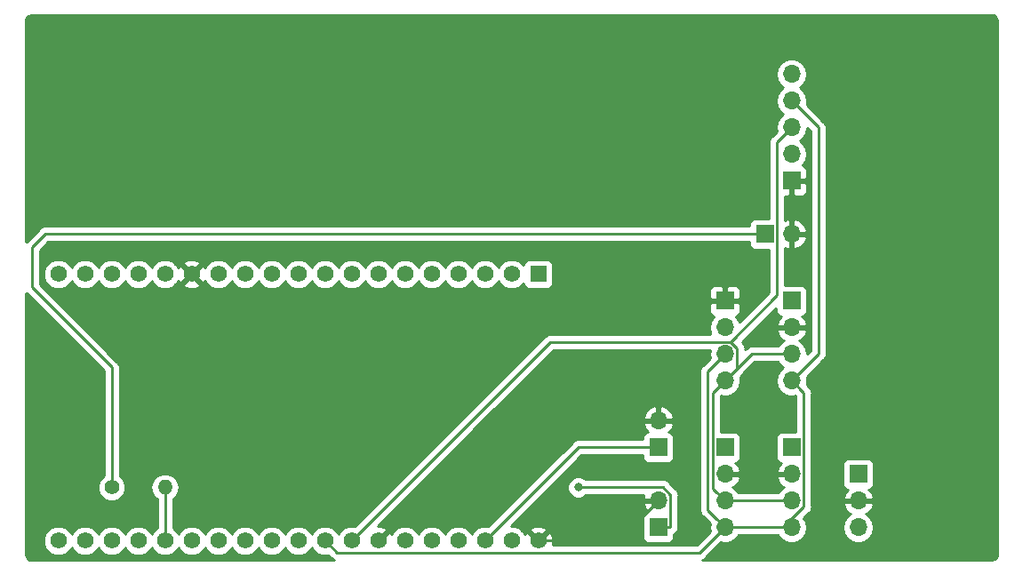
<source format=gbr>
G04 #@! TF.GenerationSoftware,KiCad,Pcbnew,(5.0.1)-4*
G04 #@! TF.CreationDate,2019-04-17T16:34:36+02:00*
G04 #@! TF.ProjectId,esp32roomlabel,6573703332726F6F6D6C6162656C2E6B,rev?*
G04 #@! TF.SameCoordinates,Original*
G04 #@! TF.FileFunction,Copper,L2,Bot,Signal*
G04 #@! TF.FilePolarity,Positive*
%FSLAX46Y46*%
G04 Gerber Fmt 4.6, Leading zero omitted, Abs format (unit mm)*
G04 Created by KiCad (PCBNEW (5.0.1)-4) date 17.04.2019 16:34:36*
%MOMM*%
%LPD*%
G01*
G04 APERTURE LIST*
G04 #@! TA.AperFunction,ComponentPad*
%ADD10C,1.560000*%
G04 #@! TD*
G04 #@! TA.AperFunction,ComponentPad*
%ADD11R,1.560000X1.560000*%
G04 #@! TD*
G04 #@! TA.AperFunction,ComponentPad*
%ADD12O,1.700000X1.700000*%
G04 #@! TD*
G04 #@! TA.AperFunction,ComponentPad*
%ADD13R,1.700000X1.700000*%
G04 #@! TD*
G04 #@! TA.AperFunction,ComponentPad*
%ADD14O,1.400000X1.400000*%
G04 #@! TD*
G04 #@! TA.AperFunction,ComponentPad*
%ADD15C,1.400000*%
G04 #@! TD*
G04 #@! TA.AperFunction,ViaPad*
%ADD16C,0.800000*%
G04 #@! TD*
G04 #@! TA.AperFunction,Conductor*
%ADD17C,0.250000*%
G04 #@! TD*
G04 #@! TA.AperFunction,Conductor*
%ADD18C,0.254000*%
G04 #@! TD*
G04 APERTURE END LIST*
D10*
G04 #@! TO.P,U1,38*
G04 #@! TO.N,Net-(U1-Pad38)*
X66040000Y-127000000D03*
G04 #@! TO.P,U1,37*
G04 #@! TO.N,Net-(U1-Pad37)*
X68580000Y-127000000D03*
G04 #@! TO.P,U1,36*
G04 #@! TO.N,Net-(U1-Pad36)*
X71120000Y-127000000D03*
G04 #@! TO.P,U1,35*
G04 #@! TO.N,Net-(U1-Pad35)*
X73660000Y-127000000D03*
G04 #@! TO.P,U1,34*
G04 #@! TO.N,Net-(R1-Pad2)*
X76200000Y-127000000D03*
G04 #@! TO.P,U1,33*
G04 #@! TO.N,Net-(U1-Pad33)*
X78740000Y-127000000D03*
G04 #@! TO.P,U1,32*
G04 #@! TO.N,Net-(U1-Pad32)*
X81280000Y-127000000D03*
G04 #@! TO.P,U1,31*
G04 #@! TO.N,Net-(U1-Pad31)*
X83820000Y-127000000D03*
G04 #@! TO.P,U1,30*
G04 #@! TO.N,Net-(U1-Pad30)*
X86360000Y-127000000D03*
G04 #@! TO.P,U1,29*
G04 #@! TO.N,Net-(U1-Pad29)*
X88900000Y-127000000D03*
G04 #@! TO.P,U1,28*
G04 #@! TO.N,DTA*
X91440000Y-127000000D03*
G04 #@! TO.P,U1,27*
G04 #@! TO.N,CLK*
X93980000Y-127000000D03*
G04 #@! TO.P,U1,26*
G04 #@! TO.N,GND*
X96520000Y-127000000D03*
G04 #@! TO.P,U1,25*
G04 #@! TO.N,SW1*
X99060000Y-127000000D03*
G04 #@! TO.P,U1,24*
G04 #@! TO.N,Net-(U1-Pad24)*
X101600000Y-127000000D03*
G04 #@! TO.P,U1,23*
G04 #@! TO.N,Net-(U1-Pad23)*
X104140000Y-127000000D03*
G04 #@! TO.P,U1,22*
G04 #@! TO.N,SW2*
X106680000Y-127000000D03*
G04 #@! TO.P,U1,21*
G04 #@! TO.N,DHT22*
X109220000Y-127000000D03*
G04 #@! TO.P,U1,20*
G04 #@! TO.N,GND*
X111760000Y-127000000D03*
G04 #@! TO.P,U1,18*
G04 #@! TO.N,Net-(U1-Pad18)*
X68580000Y-101600000D03*
G04 #@! TO.P,U1,17*
G04 #@! TO.N,Net-(U1-Pad17)*
X71120000Y-101600000D03*
G04 #@! TO.P,U1,16*
G04 #@! TO.N,Net-(U1-Pad16)*
X73660000Y-101600000D03*
G04 #@! TO.P,U1,15*
G04 #@! TO.N,Net-(U1-Pad15)*
X76200000Y-101600000D03*
G04 #@! TO.P,U1,14*
G04 #@! TO.N,GND*
X78740000Y-101600000D03*
G04 #@! TO.P,U1,13*
G04 #@! TO.N,Net-(U1-Pad13)*
X81280000Y-101600000D03*
G04 #@! TO.P,U1,12*
G04 #@! TO.N,Net-(U1-Pad12)*
X83820000Y-101600000D03*
G04 #@! TO.P,U1,11*
G04 #@! TO.N,Net-(U1-Pad11)*
X86360000Y-101600000D03*
G04 #@! TO.P,U1,10*
G04 #@! TO.N,Net-(U1-Pad10)*
X88900000Y-101600000D03*
G04 #@! TO.P,U1,9*
G04 #@! TO.N,Net-(U1-Pad9)*
X91440000Y-101600000D03*
G04 #@! TO.P,U1,8*
G04 #@! TO.N,Net-(U1-Pad8)*
X93980000Y-101600000D03*
G04 #@! TO.P,U1,7*
G04 #@! TO.N,Net-(U1-Pad7)*
X96520000Y-101600000D03*
G04 #@! TO.P,U1,6*
G04 #@! TO.N,Net-(U1-Pad6)*
X99060000Y-101600000D03*
G04 #@! TO.P,U1,5*
G04 #@! TO.N,Net-(U1-Pad5)*
X101600000Y-101600000D03*
G04 #@! TO.P,U1,4*
G04 #@! TO.N,Net-(U1-Pad4)*
X104140000Y-101600000D03*
G04 #@! TO.P,U1,3*
G04 #@! TO.N,Net-(U1-Pad3)*
X106680000Y-101600000D03*
G04 #@! TO.P,U1,19*
G04 #@! TO.N,5V*
X66040000Y-101600000D03*
G04 #@! TO.P,U1,2*
G04 #@! TO.N,Net-(U1-Pad2)*
X109220000Y-101600000D03*
D11*
G04 #@! TO.P,U1,1*
G04 #@! TO.N,3V3*
X111760000Y-101600000D03*
G04 #@! TD*
D12*
G04 #@! TO.P,J1,4*
G04 #@! TO.N,DTA*
X135890000Y-111760000D03*
G04 #@! TO.P,J1,3*
G04 #@! TO.N,CLK*
X135890000Y-109220000D03*
G04 #@! TO.P,J1,2*
G04 #@! TO.N,GND*
X135890000Y-106680000D03*
D13*
G04 #@! TO.P,J1,1*
G04 #@! TO.N,3V3*
X135890000Y-104140000D03*
G04 #@! TD*
D12*
G04 #@! TO.P,J2,4*
G04 #@! TO.N,DTA*
X129540000Y-125730000D03*
G04 #@! TO.P,J2,3*
G04 #@! TO.N,CLK*
X129540000Y-123190000D03*
G04 #@! TO.P,J2,2*
G04 #@! TO.N,GND*
X129540000Y-120650000D03*
D13*
G04 #@! TO.P,J2,1*
G04 #@! TO.N,3V3*
X129540000Y-118110000D03*
G04 #@! TD*
D12*
G04 #@! TO.P,J3,4*
G04 #@! TO.N,CLK*
X129540000Y-111760000D03*
G04 #@! TO.P,J3,3*
G04 #@! TO.N,DTA*
X129540000Y-109220000D03*
G04 #@! TO.P,J3,2*
G04 #@! TO.N,5V*
X129540000Y-106680000D03*
D13*
G04 #@! TO.P,J3,1*
G04 #@! TO.N,GND*
X129540000Y-104140000D03*
G04 #@! TD*
D12*
G04 #@! TO.P,J4,5*
G04 #@! TO.N,3V3*
X135890000Y-82550000D03*
G04 #@! TO.P,J4,4*
G04 #@! TO.N,DTA*
X135890000Y-85090000D03*
G04 #@! TO.P,J4,3*
G04 #@! TO.N,CLK*
X135890000Y-87630000D03*
G04 #@! TO.P,J4,2*
G04 #@! TO.N,Net-(J4-Pad2)*
X135890000Y-90170000D03*
D13*
G04 #@! TO.P,J4,1*
G04 #@! TO.N,GND*
X135890000Y-92710000D03*
G04 #@! TD*
D12*
G04 #@! TO.P,J5,3*
G04 #@! TO.N,DHT22*
X142240000Y-125730000D03*
G04 #@! TO.P,J5,2*
G04 #@! TO.N,GND*
X142240000Y-123190000D03*
D13*
G04 #@! TO.P,J5,1*
G04 #@! TO.N,3V3*
X142240000Y-120650000D03*
G04 #@! TD*
D12*
G04 #@! TO.P,J6,2*
G04 #@! TO.N,GND*
X123190000Y-123190000D03*
D13*
G04 #@! TO.P,J6,1*
G04 #@! TO.N,SW1*
X123190000Y-125730000D03*
G04 #@! TD*
D12*
G04 #@! TO.P,J7,2*
G04 #@! TO.N,GND*
X123190000Y-115570000D03*
D13*
G04 #@! TO.P,J7,1*
G04 #@! TO.N,SW2*
X123190000Y-118110000D03*
G04 #@! TD*
D12*
G04 #@! TO.P,J8,4*
G04 #@! TO.N,DTA*
X135890000Y-125730000D03*
G04 #@! TO.P,J8,3*
G04 #@! TO.N,CLK*
X135890000Y-123190000D03*
G04 #@! TO.P,J8,2*
G04 #@! TO.N,GND*
X135890000Y-120650000D03*
D13*
G04 #@! TO.P,J8,1*
G04 #@! TO.N,3V3*
X135890000Y-118110000D03*
G04 #@! TD*
D12*
G04 #@! TO.P,J9,2*
G04 #@! TO.N,GND*
X135890000Y-97790000D03*
D13*
G04 #@! TO.P,J9,1*
G04 #@! TO.N,Net-(J9-Pad1)*
X133350000Y-97790000D03*
G04 #@! TD*
D14*
G04 #@! TO.P,R1,2*
G04 #@! TO.N,Net-(R1-Pad2)*
X76200000Y-121920000D03*
D15*
G04 #@! TO.P,R1,1*
G04 #@! TO.N,Net-(J9-Pad1)*
X71120000Y-121920000D03*
G04 #@! TD*
D16*
G04 #@! TO.N,SW1*
X115570000Y-121920000D03*
G04 #@! TD*
D17*
G04 #@! TO.N,GND*
X119380000Y-127000000D02*
X123190000Y-123190000D01*
X111760000Y-127000000D02*
X119380000Y-127000000D01*
G04 #@! TO.N,CLK*
X128690001Y-122340001D02*
X129540000Y-123190000D01*
X128364999Y-122014999D02*
X128690001Y-122340001D01*
X128364999Y-112935001D02*
X128364999Y-122014999D01*
X129540000Y-111760000D02*
X128364999Y-112935001D01*
X129540000Y-123190000D02*
X135890000Y-123190000D01*
X130389999Y-110910001D02*
X129540000Y-111760000D01*
X130715001Y-110584999D02*
X130389999Y-110910001D01*
X130715001Y-108655999D02*
X130715001Y-110584999D01*
X130104001Y-108044999D02*
X130715001Y-108655999D01*
X112935001Y-108044999D02*
X130104001Y-108044999D01*
X93980000Y-127000000D02*
X112935001Y-108044999D01*
X132080000Y-109220000D02*
X129540000Y-111760000D01*
X135890000Y-109220000D02*
X132080000Y-109220000D01*
X134525001Y-103623999D02*
X130104001Y-108044999D01*
X134525001Y-88994999D02*
X134525001Y-103623999D01*
X135890000Y-87630000D02*
X134525001Y-88994999D01*
G04 #@! TO.N,DTA*
X91440000Y-127000000D02*
X92545001Y-128105001D01*
X135089002Y-125730000D02*
X137065001Y-123754001D01*
X134620000Y-125730000D02*
X135089002Y-125730000D01*
X129540000Y-125730000D02*
X134620000Y-125730000D01*
X134620000Y-125730000D02*
X135890000Y-125730000D01*
X137065001Y-123754001D02*
X137065001Y-112935001D01*
X137065001Y-112935001D02*
X136739999Y-112609999D01*
X136739999Y-112609999D02*
X135890000Y-111760000D01*
X128690001Y-124880001D02*
X129540000Y-125730000D01*
X127914990Y-124104990D02*
X128690001Y-124880001D01*
X127914990Y-110845010D02*
X127914990Y-124104990D01*
X129540000Y-109220000D02*
X127914990Y-110845010D01*
X121920000Y-128105001D02*
X122084999Y-128105001D01*
X92545001Y-128105001D02*
X121920000Y-128105001D01*
X127164999Y-128105001D02*
X129540000Y-125730000D01*
X121920000Y-128105001D02*
X127164999Y-128105001D01*
X136739999Y-110910001D02*
X135890000Y-111760000D01*
X135890000Y-111760000D02*
X138430000Y-109220000D01*
X138430000Y-87630000D02*
X135890000Y-85090000D01*
X138430000Y-109220000D02*
X138430000Y-87630000D01*
G04 #@! TO.N,SW1*
X123659002Y-121920000D02*
X115570000Y-121920000D01*
X124365001Y-122625999D02*
X123659002Y-121920000D01*
X124365001Y-125654999D02*
X124365001Y-122625999D01*
X123190000Y-125730000D02*
X124290000Y-125730000D01*
X124290000Y-125730000D02*
X124365001Y-125654999D01*
G04 #@! TO.N,SW2*
X115570000Y-118110000D02*
X106680000Y-127000000D01*
X123190000Y-118110000D02*
X115570000Y-118110000D01*
G04 #@! TO.N,Net-(J9-Pad1)*
X63500000Y-99060000D02*
X64770000Y-97790000D01*
X63500000Y-102870000D02*
X63500000Y-99060000D01*
X71120000Y-121920000D02*
X71120000Y-110490000D01*
X71120000Y-110490000D02*
X63500000Y-102870000D01*
X133350000Y-97790000D02*
X64770000Y-97790000D01*
G04 #@! TO.N,Net-(R1-Pad2)*
X76200000Y-127000000D02*
X76200000Y-121920000D01*
G04 #@! TD*
D18*
G04 #@! TO.N,GND*
G36*
X155127787Y-76954065D02*
X155292920Y-77049405D01*
X155415488Y-77195477D01*
X155491555Y-77404465D01*
X155500000Y-77500996D01*
X155500001Y-128207875D01*
X155455935Y-128457787D01*
X155360596Y-128622919D01*
X155214524Y-128745488D01*
X155005532Y-128821555D01*
X154909004Y-128830000D01*
X127415812Y-128830000D01*
X127461536Y-128820905D01*
X127712928Y-128652930D01*
X127755330Y-128589471D01*
X129173592Y-127171209D01*
X129393744Y-127215000D01*
X129686256Y-127215000D01*
X130119418Y-127128839D01*
X130610625Y-126800625D01*
X130818178Y-126490000D01*
X134611822Y-126490000D01*
X134819375Y-126800625D01*
X135310582Y-127128839D01*
X135743744Y-127215000D01*
X136036256Y-127215000D01*
X136469418Y-127128839D01*
X136960625Y-126800625D01*
X137288839Y-126309418D01*
X137404092Y-125730000D01*
X140725908Y-125730000D01*
X140841161Y-126309418D01*
X141169375Y-126800625D01*
X141660582Y-127128839D01*
X142093744Y-127215000D01*
X142386256Y-127215000D01*
X142819418Y-127128839D01*
X143310625Y-126800625D01*
X143638839Y-126309418D01*
X143754092Y-125730000D01*
X143638839Y-125150582D01*
X143310625Y-124659375D01*
X142991522Y-124446157D01*
X143121358Y-124385183D01*
X143511645Y-123956924D01*
X143681476Y-123546890D01*
X143560155Y-123317000D01*
X142367000Y-123317000D01*
X142367000Y-123337000D01*
X142113000Y-123337000D01*
X142113000Y-123317000D01*
X140919845Y-123317000D01*
X140798524Y-123546890D01*
X140968355Y-123956924D01*
X141358642Y-124385183D01*
X141488478Y-124446157D01*
X141169375Y-124659375D01*
X140841161Y-125150582D01*
X140725908Y-125730000D01*
X137404092Y-125730000D01*
X137288839Y-125150582D01*
X137070295Y-124823508D01*
X137549474Y-124344330D01*
X137612930Y-124301930D01*
X137780905Y-124050538D01*
X137825001Y-123828853D01*
X137825001Y-123828849D01*
X137839889Y-123754001D01*
X137825001Y-123679153D01*
X137825001Y-119800000D01*
X140742560Y-119800000D01*
X140742560Y-121500000D01*
X140791843Y-121747765D01*
X140932191Y-121957809D01*
X141142235Y-122098157D01*
X141245708Y-122118739D01*
X140968355Y-122423076D01*
X140798524Y-122833110D01*
X140919845Y-123063000D01*
X142113000Y-123063000D01*
X142113000Y-123043000D01*
X142367000Y-123043000D01*
X142367000Y-123063000D01*
X143560155Y-123063000D01*
X143681476Y-122833110D01*
X143511645Y-122423076D01*
X143234292Y-122118739D01*
X143337765Y-122098157D01*
X143547809Y-121957809D01*
X143688157Y-121747765D01*
X143737440Y-121500000D01*
X143737440Y-119800000D01*
X143688157Y-119552235D01*
X143547809Y-119342191D01*
X143337765Y-119201843D01*
X143090000Y-119152560D01*
X141390000Y-119152560D01*
X141142235Y-119201843D01*
X140932191Y-119342191D01*
X140791843Y-119552235D01*
X140742560Y-119800000D01*
X137825001Y-119800000D01*
X137825001Y-113009847D01*
X137839889Y-112935000D01*
X137825001Y-112860153D01*
X137825001Y-112860149D01*
X137780905Y-112638464D01*
X137612930Y-112387072D01*
X137549471Y-112344670D01*
X137331209Y-112126408D01*
X137404092Y-111760000D01*
X137331209Y-111393592D01*
X138914476Y-109810327D01*
X138977929Y-109767929D01*
X139020327Y-109704476D01*
X139020329Y-109704474D01*
X139145903Y-109516538D01*
X139145904Y-109516537D01*
X139190000Y-109294852D01*
X139190000Y-109294848D01*
X139204888Y-109220001D01*
X139190000Y-109145154D01*
X139190000Y-87704846D01*
X139204888Y-87629999D01*
X139190000Y-87555152D01*
X139190000Y-87555148D01*
X139145904Y-87333463D01*
X139104102Y-87270902D01*
X139020329Y-87145526D01*
X139020327Y-87145524D01*
X138977929Y-87082071D01*
X138914476Y-87039673D01*
X137331209Y-85456408D01*
X137404092Y-85090000D01*
X137288839Y-84510582D01*
X136960625Y-84019375D01*
X136662239Y-83820000D01*
X136960625Y-83620625D01*
X137288839Y-83129418D01*
X137404092Y-82550000D01*
X137288839Y-81970582D01*
X136960625Y-81479375D01*
X136469418Y-81151161D01*
X136036256Y-81065000D01*
X135743744Y-81065000D01*
X135310582Y-81151161D01*
X134819375Y-81479375D01*
X134491161Y-81970582D01*
X134375908Y-82550000D01*
X134491161Y-83129418D01*
X134819375Y-83620625D01*
X135117761Y-83820000D01*
X134819375Y-84019375D01*
X134491161Y-84510582D01*
X134375908Y-85090000D01*
X134491161Y-85669418D01*
X134819375Y-86160625D01*
X135117761Y-86360000D01*
X134819375Y-86559375D01*
X134491161Y-87050582D01*
X134375908Y-87630000D01*
X134448791Y-87996408D01*
X134040531Y-88404668D01*
X133977072Y-88447070D01*
X133809097Y-88698463D01*
X133765001Y-88920148D01*
X133765001Y-88920152D01*
X133750113Y-88994999D01*
X133765001Y-89069846D01*
X133765001Y-96292560D01*
X132500000Y-96292560D01*
X132252235Y-96341843D01*
X132042191Y-96482191D01*
X131901843Y-96692235D01*
X131852560Y-96940000D01*
X131852560Y-97030000D01*
X64844846Y-97030000D01*
X64769999Y-97015112D01*
X64695152Y-97030000D01*
X64695148Y-97030000D01*
X64473463Y-97074096D01*
X64222071Y-97242071D01*
X64179671Y-97305527D01*
X63015528Y-98469671D01*
X62952072Y-98512071D01*
X62940000Y-98530138D01*
X62940000Y-77532119D01*
X62984065Y-77282213D01*
X63079405Y-77117080D01*
X63225477Y-76994512D01*
X63434465Y-76918445D01*
X63530996Y-76910000D01*
X154877881Y-76910000D01*
X155127787Y-76954065D01*
X155127787Y-76954065D01*
G37*
X155127787Y-76954065D02*
X155292920Y-77049405D01*
X155415488Y-77195477D01*
X155491555Y-77404465D01*
X155500000Y-77500996D01*
X155500001Y-128207875D01*
X155455935Y-128457787D01*
X155360596Y-128622919D01*
X155214524Y-128745488D01*
X155005532Y-128821555D01*
X154909004Y-128830000D01*
X127415812Y-128830000D01*
X127461536Y-128820905D01*
X127712928Y-128652930D01*
X127755330Y-128589471D01*
X129173592Y-127171209D01*
X129393744Y-127215000D01*
X129686256Y-127215000D01*
X130119418Y-127128839D01*
X130610625Y-126800625D01*
X130818178Y-126490000D01*
X134611822Y-126490000D01*
X134819375Y-126800625D01*
X135310582Y-127128839D01*
X135743744Y-127215000D01*
X136036256Y-127215000D01*
X136469418Y-127128839D01*
X136960625Y-126800625D01*
X137288839Y-126309418D01*
X137404092Y-125730000D01*
X140725908Y-125730000D01*
X140841161Y-126309418D01*
X141169375Y-126800625D01*
X141660582Y-127128839D01*
X142093744Y-127215000D01*
X142386256Y-127215000D01*
X142819418Y-127128839D01*
X143310625Y-126800625D01*
X143638839Y-126309418D01*
X143754092Y-125730000D01*
X143638839Y-125150582D01*
X143310625Y-124659375D01*
X142991522Y-124446157D01*
X143121358Y-124385183D01*
X143511645Y-123956924D01*
X143681476Y-123546890D01*
X143560155Y-123317000D01*
X142367000Y-123317000D01*
X142367000Y-123337000D01*
X142113000Y-123337000D01*
X142113000Y-123317000D01*
X140919845Y-123317000D01*
X140798524Y-123546890D01*
X140968355Y-123956924D01*
X141358642Y-124385183D01*
X141488478Y-124446157D01*
X141169375Y-124659375D01*
X140841161Y-125150582D01*
X140725908Y-125730000D01*
X137404092Y-125730000D01*
X137288839Y-125150582D01*
X137070295Y-124823508D01*
X137549474Y-124344330D01*
X137612930Y-124301930D01*
X137780905Y-124050538D01*
X137825001Y-123828853D01*
X137825001Y-123828849D01*
X137839889Y-123754001D01*
X137825001Y-123679153D01*
X137825001Y-119800000D01*
X140742560Y-119800000D01*
X140742560Y-121500000D01*
X140791843Y-121747765D01*
X140932191Y-121957809D01*
X141142235Y-122098157D01*
X141245708Y-122118739D01*
X140968355Y-122423076D01*
X140798524Y-122833110D01*
X140919845Y-123063000D01*
X142113000Y-123063000D01*
X142113000Y-123043000D01*
X142367000Y-123043000D01*
X142367000Y-123063000D01*
X143560155Y-123063000D01*
X143681476Y-122833110D01*
X143511645Y-122423076D01*
X143234292Y-122118739D01*
X143337765Y-122098157D01*
X143547809Y-121957809D01*
X143688157Y-121747765D01*
X143737440Y-121500000D01*
X143737440Y-119800000D01*
X143688157Y-119552235D01*
X143547809Y-119342191D01*
X143337765Y-119201843D01*
X143090000Y-119152560D01*
X141390000Y-119152560D01*
X141142235Y-119201843D01*
X140932191Y-119342191D01*
X140791843Y-119552235D01*
X140742560Y-119800000D01*
X137825001Y-119800000D01*
X137825001Y-113009847D01*
X137839889Y-112935000D01*
X137825001Y-112860153D01*
X137825001Y-112860149D01*
X137780905Y-112638464D01*
X137612930Y-112387072D01*
X137549471Y-112344670D01*
X137331209Y-112126408D01*
X137404092Y-111760000D01*
X137331209Y-111393592D01*
X138914476Y-109810327D01*
X138977929Y-109767929D01*
X139020327Y-109704476D01*
X139020329Y-109704474D01*
X139145903Y-109516538D01*
X139145904Y-109516537D01*
X139190000Y-109294852D01*
X139190000Y-109294848D01*
X139204888Y-109220001D01*
X139190000Y-109145154D01*
X139190000Y-87704846D01*
X139204888Y-87629999D01*
X139190000Y-87555152D01*
X139190000Y-87555148D01*
X139145904Y-87333463D01*
X139104102Y-87270902D01*
X139020329Y-87145526D01*
X139020327Y-87145524D01*
X138977929Y-87082071D01*
X138914476Y-87039673D01*
X137331209Y-85456408D01*
X137404092Y-85090000D01*
X137288839Y-84510582D01*
X136960625Y-84019375D01*
X136662239Y-83820000D01*
X136960625Y-83620625D01*
X137288839Y-83129418D01*
X137404092Y-82550000D01*
X137288839Y-81970582D01*
X136960625Y-81479375D01*
X136469418Y-81151161D01*
X136036256Y-81065000D01*
X135743744Y-81065000D01*
X135310582Y-81151161D01*
X134819375Y-81479375D01*
X134491161Y-81970582D01*
X134375908Y-82550000D01*
X134491161Y-83129418D01*
X134819375Y-83620625D01*
X135117761Y-83820000D01*
X134819375Y-84019375D01*
X134491161Y-84510582D01*
X134375908Y-85090000D01*
X134491161Y-85669418D01*
X134819375Y-86160625D01*
X135117761Y-86360000D01*
X134819375Y-86559375D01*
X134491161Y-87050582D01*
X134375908Y-87630000D01*
X134448791Y-87996408D01*
X134040531Y-88404668D01*
X133977072Y-88447070D01*
X133809097Y-88698463D01*
X133765001Y-88920148D01*
X133765001Y-88920152D01*
X133750113Y-88994999D01*
X133765001Y-89069846D01*
X133765001Y-96292560D01*
X132500000Y-96292560D01*
X132252235Y-96341843D01*
X132042191Y-96482191D01*
X131901843Y-96692235D01*
X131852560Y-96940000D01*
X131852560Y-97030000D01*
X64844846Y-97030000D01*
X64769999Y-97015112D01*
X64695152Y-97030000D01*
X64695148Y-97030000D01*
X64473463Y-97074096D01*
X64222071Y-97242071D01*
X64179671Y-97305527D01*
X63015528Y-98469671D01*
X62952072Y-98512071D01*
X62940000Y-98530138D01*
X62940000Y-77532119D01*
X62984065Y-77282213D01*
X63079405Y-77117080D01*
X63225477Y-76994512D01*
X63434465Y-76918445D01*
X63530996Y-76910000D01*
X154877881Y-76910000D01*
X155127787Y-76954065D01*
G36*
X131852560Y-98640000D02*
X131901843Y-98887765D01*
X132042191Y-99097809D01*
X132252235Y-99238157D01*
X132500000Y-99287440D01*
X133765002Y-99287440D01*
X133765002Y-103309196D01*
X130944609Y-106129590D01*
X130938839Y-106100582D01*
X130610625Y-105609375D01*
X130588967Y-105594904D01*
X130749698Y-105528327D01*
X130928327Y-105349699D01*
X131025000Y-105116310D01*
X131025000Y-104425750D01*
X130866250Y-104267000D01*
X129667000Y-104267000D01*
X129667000Y-104287000D01*
X129413000Y-104287000D01*
X129413000Y-104267000D01*
X128213750Y-104267000D01*
X128055000Y-104425750D01*
X128055000Y-105116310D01*
X128151673Y-105349699D01*
X128330302Y-105528327D01*
X128491033Y-105594904D01*
X128469375Y-105609375D01*
X128141161Y-106100582D01*
X128025908Y-106680000D01*
X128141161Y-107259418D01*
X128158254Y-107284999D01*
X113009847Y-107284999D01*
X112935000Y-107270111D01*
X112860153Y-107284999D01*
X112860149Y-107284999D01*
X112638464Y-107329095D01*
X112638462Y-107329096D01*
X112638463Y-107329096D01*
X112450527Y-107454670D01*
X112450525Y-107454672D01*
X112387072Y-107497070D01*
X112344674Y-107560523D01*
X94302995Y-125602204D01*
X94261461Y-125585000D01*
X93698539Y-125585000D01*
X93178467Y-125800421D01*
X92780421Y-126198467D01*
X92710000Y-126368478D01*
X92639579Y-126198467D01*
X92241533Y-125800421D01*
X91721461Y-125585000D01*
X91158539Y-125585000D01*
X90638467Y-125800421D01*
X90240421Y-126198467D01*
X90170000Y-126368478D01*
X90099579Y-126198467D01*
X89701533Y-125800421D01*
X89181461Y-125585000D01*
X88618539Y-125585000D01*
X88098467Y-125800421D01*
X87700421Y-126198467D01*
X87630000Y-126368478D01*
X87559579Y-126198467D01*
X87161533Y-125800421D01*
X86641461Y-125585000D01*
X86078539Y-125585000D01*
X85558467Y-125800421D01*
X85160421Y-126198467D01*
X85090000Y-126368478D01*
X85019579Y-126198467D01*
X84621533Y-125800421D01*
X84101461Y-125585000D01*
X83538539Y-125585000D01*
X83018467Y-125800421D01*
X82620421Y-126198467D01*
X82550000Y-126368478D01*
X82479579Y-126198467D01*
X82081533Y-125800421D01*
X81561461Y-125585000D01*
X80998539Y-125585000D01*
X80478467Y-125800421D01*
X80080421Y-126198467D01*
X80010000Y-126368478D01*
X79939579Y-126198467D01*
X79541533Y-125800421D01*
X79021461Y-125585000D01*
X78458539Y-125585000D01*
X77938467Y-125800421D01*
X77540421Y-126198467D01*
X77470000Y-126368478D01*
X77399579Y-126198467D01*
X77001533Y-125800421D01*
X76960000Y-125783217D01*
X76960000Y-123017774D01*
X77162481Y-122882481D01*
X77457542Y-122440891D01*
X77561154Y-121920000D01*
X77457542Y-121399109D01*
X77162481Y-120957519D01*
X76720891Y-120662458D01*
X76331485Y-120585000D01*
X76068515Y-120585000D01*
X75679109Y-120662458D01*
X75237519Y-120957519D01*
X74942458Y-121399109D01*
X74838846Y-121920000D01*
X74942458Y-122440891D01*
X75237519Y-122882481D01*
X75440001Y-123017775D01*
X75440000Y-125783217D01*
X75398467Y-125800421D01*
X75000421Y-126198467D01*
X74930000Y-126368478D01*
X74859579Y-126198467D01*
X74461533Y-125800421D01*
X73941461Y-125585000D01*
X73378539Y-125585000D01*
X72858467Y-125800421D01*
X72460421Y-126198467D01*
X72390000Y-126368478D01*
X72319579Y-126198467D01*
X71921533Y-125800421D01*
X71401461Y-125585000D01*
X70838539Y-125585000D01*
X70318467Y-125800421D01*
X69920421Y-126198467D01*
X69850000Y-126368478D01*
X69779579Y-126198467D01*
X69381533Y-125800421D01*
X68861461Y-125585000D01*
X68298539Y-125585000D01*
X67778467Y-125800421D01*
X67380421Y-126198467D01*
X67310000Y-126368478D01*
X67239579Y-126198467D01*
X66841533Y-125800421D01*
X66321461Y-125585000D01*
X65758539Y-125585000D01*
X65238467Y-125800421D01*
X64840421Y-126198467D01*
X64625000Y-126718539D01*
X64625000Y-127281461D01*
X64840421Y-127801533D01*
X65238467Y-128199579D01*
X65758539Y-128415000D01*
X66321461Y-128415000D01*
X66841533Y-128199579D01*
X67239579Y-127801533D01*
X67310000Y-127631522D01*
X67380421Y-127801533D01*
X67778467Y-128199579D01*
X68298539Y-128415000D01*
X68861461Y-128415000D01*
X69381533Y-128199579D01*
X69779579Y-127801533D01*
X69850000Y-127631522D01*
X69920421Y-127801533D01*
X70318467Y-128199579D01*
X70838539Y-128415000D01*
X71401461Y-128415000D01*
X71921533Y-128199579D01*
X72319579Y-127801533D01*
X72390000Y-127631522D01*
X72460421Y-127801533D01*
X72858467Y-128199579D01*
X73378539Y-128415000D01*
X73941461Y-128415000D01*
X74461533Y-128199579D01*
X74859579Y-127801533D01*
X74930000Y-127631522D01*
X75000421Y-127801533D01*
X75398467Y-128199579D01*
X75918539Y-128415000D01*
X76481461Y-128415000D01*
X77001533Y-128199579D01*
X77399579Y-127801533D01*
X77470000Y-127631522D01*
X77540421Y-127801533D01*
X77938467Y-128199579D01*
X78458539Y-128415000D01*
X79021461Y-128415000D01*
X79541533Y-128199579D01*
X79939579Y-127801533D01*
X80010000Y-127631522D01*
X80080421Y-127801533D01*
X80478467Y-128199579D01*
X80998539Y-128415000D01*
X81561461Y-128415000D01*
X82081533Y-128199579D01*
X82479579Y-127801533D01*
X82550000Y-127631522D01*
X82620421Y-127801533D01*
X83018467Y-128199579D01*
X83538539Y-128415000D01*
X84101461Y-128415000D01*
X84621533Y-128199579D01*
X85019579Y-127801533D01*
X85090000Y-127631522D01*
X85160421Y-127801533D01*
X85558467Y-128199579D01*
X86078539Y-128415000D01*
X86641461Y-128415000D01*
X87161533Y-128199579D01*
X87559579Y-127801533D01*
X87630000Y-127631522D01*
X87700421Y-127801533D01*
X88098467Y-128199579D01*
X88618539Y-128415000D01*
X89181461Y-128415000D01*
X89701533Y-128199579D01*
X90099579Y-127801533D01*
X90170000Y-127631522D01*
X90240421Y-127801533D01*
X90638467Y-128199579D01*
X91158539Y-128415000D01*
X91721461Y-128415000D01*
X91762994Y-128397796D01*
X91954674Y-128589476D01*
X91997072Y-128652930D01*
X92060525Y-128695328D01*
X92060527Y-128695330D01*
X92163593Y-128764196D01*
X92248464Y-128820905D01*
X92294188Y-128830000D01*
X63562119Y-128830000D01*
X63312213Y-128785935D01*
X63147081Y-128690596D01*
X63024512Y-128544524D01*
X62948445Y-128335532D01*
X62940000Y-128239004D01*
X62940000Y-103399863D01*
X62952071Y-103417929D01*
X63015530Y-103460331D01*
X70360001Y-110804804D01*
X70360000Y-120792025D01*
X69988242Y-121163783D01*
X69785000Y-121654452D01*
X69785000Y-122185548D01*
X69988242Y-122676217D01*
X70363783Y-123051758D01*
X70854452Y-123255000D01*
X71385548Y-123255000D01*
X71876217Y-123051758D01*
X72251758Y-122676217D01*
X72455000Y-122185548D01*
X72455000Y-121654452D01*
X72251758Y-121163783D01*
X71880000Y-120792025D01*
X71880000Y-110564846D01*
X71894888Y-110489999D01*
X71880000Y-110415152D01*
X71880000Y-110415148D01*
X71835904Y-110193463D01*
X71792902Y-110129106D01*
X71710329Y-110005526D01*
X71710327Y-110005524D01*
X71667929Y-109942071D01*
X71604476Y-109899673D01*
X64868492Y-103163690D01*
X128055000Y-103163690D01*
X128055000Y-103854250D01*
X128213750Y-104013000D01*
X129413000Y-104013000D01*
X129413000Y-102813750D01*
X129667000Y-102813750D01*
X129667000Y-104013000D01*
X130866250Y-104013000D01*
X131025000Y-103854250D01*
X131025000Y-103163690D01*
X130928327Y-102930301D01*
X130749698Y-102751673D01*
X130516309Y-102655000D01*
X129825750Y-102655000D01*
X129667000Y-102813750D01*
X129413000Y-102813750D01*
X129254250Y-102655000D01*
X128563691Y-102655000D01*
X128330302Y-102751673D01*
X128151673Y-102930301D01*
X128055000Y-103163690D01*
X64868492Y-103163690D01*
X64260000Y-102555199D01*
X64260000Y-101318539D01*
X64625000Y-101318539D01*
X64625000Y-101881461D01*
X64840421Y-102401533D01*
X65238467Y-102799579D01*
X65758539Y-103015000D01*
X66321461Y-103015000D01*
X66841533Y-102799579D01*
X67239579Y-102401533D01*
X67310000Y-102231522D01*
X67380421Y-102401533D01*
X67778467Y-102799579D01*
X68298539Y-103015000D01*
X68861461Y-103015000D01*
X69381533Y-102799579D01*
X69779579Y-102401533D01*
X69850000Y-102231522D01*
X69920421Y-102401533D01*
X70318467Y-102799579D01*
X70838539Y-103015000D01*
X71401461Y-103015000D01*
X71921533Y-102799579D01*
X72319579Y-102401533D01*
X72390000Y-102231522D01*
X72460421Y-102401533D01*
X72858467Y-102799579D01*
X73378539Y-103015000D01*
X73941461Y-103015000D01*
X74461533Y-102799579D01*
X74859579Y-102401533D01*
X74930000Y-102231522D01*
X75000421Y-102401533D01*
X75398467Y-102799579D01*
X75918539Y-103015000D01*
X76481461Y-103015000D01*
X77001533Y-102799579D01*
X77207857Y-102593255D01*
X77926350Y-102593255D01*
X77998028Y-102837303D01*
X78528003Y-103027060D01*
X79090252Y-102999559D01*
X79481972Y-102837303D01*
X79553650Y-102593255D01*
X78740000Y-101779605D01*
X77926350Y-102593255D01*
X77207857Y-102593255D01*
X77399579Y-102401533D01*
X77463473Y-102247278D01*
X77502697Y-102341972D01*
X77746745Y-102413650D01*
X78560395Y-101600000D01*
X78919605Y-101600000D01*
X79733255Y-102413650D01*
X79977303Y-102341972D01*
X80013674Y-102240391D01*
X80080421Y-102401533D01*
X80478467Y-102799579D01*
X80998539Y-103015000D01*
X81561461Y-103015000D01*
X82081533Y-102799579D01*
X82479579Y-102401533D01*
X82550000Y-102231522D01*
X82620421Y-102401533D01*
X83018467Y-102799579D01*
X83538539Y-103015000D01*
X84101461Y-103015000D01*
X84621533Y-102799579D01*
X85019579Y-102401533D01*
X85090000Y-102231522D01*
X85160421Y-102401533D01*
X85558467Y-102799579D01*
X86078539Y-103015000D01*
X86641461Y-103015000D01*
X87161533Y-102799579D01*
X87559579Y-102401533D01*
X87630000Y-102231522D01*
X87700421Y-102401533D01*
X88098467Y-102799579D01*
X88618539Y-103015000D01*
X89181461Y-103015000D01*
X89701533Y-102799579D01*
X90099579Y-102401533D01*
X90170000Y-102231522D01*
X90240421Y-102401533D01*
X90638467Y-102799579D01*
X91158539Y-103015000D01*
X91721461Y-103015000D01*
X92241533Y-102799579D01*
X92639579Y-102401533D01*
X92710000Y-102231522D01*
X92780421Y-102401533D01*
X93178467Y-102799579D01*
X93698539Y-103015000D01*
X94261461Y-103015000D01*
X94781533Y-102799579D01*
X95179579Y-102401533D01*
X95250000Y-102231522D01*
X95320421Y-102401533D01*
X95718467Y-102799579D01*
X96238539Y-103015000D01*
X96801461Y-103015000D01*
X97321533Y-102799579D01*
X97719579Y-102401533D01*
X97790000Y-102231522D01*
X97860421Y-102401533D01*
X98258467Y-102799579D01*
X98778539Y-103015000D01*
X99341461Y-103015000D01*
X99861533Y-102799579D01*
X100259579Y-102401533D01*
X100330000Y-102231522D01*
X100400421Y-102401533D01*
X100798467Y-102799579D01*
X101318539Y-103015000D01*
X101881461Y-103015000D01*
X102401533Y-102799579D01*
X102799579Y-102401533D01*
X102870000Y-102231522D01*
X102940421Y-102401533D01*
X103338467Y-102799579D01*
X103858539Y-103015000D01*
X104421461Y-103015000D01*
X104941533Y-102799579D01*
X105339579Y-102401533D01*
X105410000Y-102231522D01*
X105480421Y-102401533D01*
X105878467Y-102799579D01*
X106398539Y-103015000D01*
X106961461Y-103015000D01*
X107481533Y-102799579D01*
X107879579Y-102401533D01*
X107950000Y-102231522D01*
X108020421Y-102401533D01*
X108418467Y-102799579D01*
X108938539Y-103015000D01*
X109501461Y-103015000D01*
X110021533Y-102799579D01*
X110350570Y-102470542D01*
X110381843Y-102627765D01*
X110522191Y-102837809D01*
X110732235Y-102978157D01*
X110980000Y-103027440D01*
X112540000Y-103027440D01*
X112787765Y-102978157D01*
X112997809Y-102837809D01*
X113138157Y-102627765D01*
X113187440Y-102380000D01*
X113187440Y-100820000D01*
X113138157Y-100572235D01*
X112997809Y-100362191D01*
X112787765Y-100221843D01*
X112540000Y-100172560D01*
X110980000Y-100172560D01*
X110732235Y-100221843D01*
X110522191Y-100362191D01*
X110381843Y-100572235D01*
X110350570Y-100729458D01*
X110021533Y-100400421D01*
X109501461Y-100185000D01*
X108938539Y-100185000D01*
X108418467Y-100400421D01*
X108020421Y-100798467D01*
X107950000Y-100968478D01*
X107879579Y-100798467D01*
X107481533Y-100400421D01*
X106961461Y-100185000D01*
X106398539Y-100185000D01*
X105878467Y-100400421D01*
X105480421Y-100798467D01*
X105410000Y-100968478D01*
X105339579Y-100798467D01*
X104941533Y-100400421D01*
X104421461Y-100185000D01*
X103858539Y-100185000D01*
X103338467Y-100400421D01*
X102940421Y-100798467D01*
X102870000Y-100968478D01*
X102799579Y-100798467D01*
X102401533Y-100400421D01*
X101881461Y-100185000D01*
X101318539Y-100185000D01*
X100798467Y-100400421D01*
X100400421Y-100798467D01*
X100330000Y-100968478D01*
X100259579Y-100798467D01*
X99861533Y-100400421D01*
X99341461Y-100185000D01*
X98778539Y-100185000D01*
X98258467Y-100400421D01*
X97860421Y-100798467D01*
X97790000Y-100968478D01*
X97719579Y-100798467D01*
X97321533Y-100400421D01*
X96801461Y-100185000D01*
X96238539Y-100185000D01*
X95718467Y-100400421D01*
X95320421Y-100798467D01*
X95250000Y-100968478D01*
X95179579Y-100798467D01*
X94781533Y-100400421D01*
X94261461Y-100185000D01*
X93698539Y-100185000D01*
X93178467Y-100400421D01*
X92780421Y-100798467D01*
X92710000Y-100968478D01*
X92639579Y-100798467D01*
X92241533Y-100400421D01*
X91721461Y-100185000D01*
X91158539Y-100185000D01*
X90638467Y-100400421D01*
X90240421Y-100798467D01*
X90170000Y-100968478D01*
X90099579Y-100798467D01*
X89701533Y-100400421D01*
X89181461Y-100185000D01*
X88618539Y-100185000D01*
X88098467Y-100400421D01*
X87700421Y-100798467D01*
X87630000Y-100968478D01*
X87559579Y-100798467D01*
X87161533Y-100400421D01*
X86641461Y-100185000D01*
X86078539Y-100185000D01*
X85558467Y-100400421D01*
X85160421Y-100798467D01*
X85090000Y-100968478D01*
X85019579Y-100798467D01*
X84621533Y-100400421D01*
X84101461Y-100185000D01*
X83538539Y-100185000D01*
X83018467Y-100400421D01*
X82620421Y-100798467D01*
X82550000Y-100968478D01*
X82479579Y-100798467D01*
X82081533Y-100400421D01*
X81561461Y-100185000D01*
X80998539Y-100185000D01*
X80478467Y-100400421D01*
X80080421Y-100798467D01*
X80016527Y-100952722D01*
X79977303Y-100858028D01*
X79733255Y-100786350D01*
X78919605Y-101600000D01*
X78560395Y-101600000D01*
X77746745Y-100786350D01*
X77502697Y-100858028D01*
X77466326Y-100959609D01*
X77399579Y-100798467D01*
X77207857Y-100606745D01*
X77926350Y-100606745D01*
X78740000Y-101420395D01*
X79553650Y-100606745D01*
X79481972Y-100362697D01*
X78951997Y-100172940D01*
X78389748Y-100200441D01*
X77998028Y-100362697D01*
X77926350Y-100606745D01*
X77207857Y-100606745D01*
X77001533Y-100400421D01*
X76481461Y-100185000D01*
X75918539Y-100185000D01*
X75398467Y-100400421D01*
X75000421Y-100798467D01*
X74930000Y-100968478D01*
X74859579Y-100798467D01*
X74461533Y-100400421D01*
X73941461Y-100185000D01*
X73378539Y-100185000D01*
X72858467Y-100400421D01*
X72460421Y-100798467D01*
X72390000Y-100968478D01*
X72319579Y-100798467D01*
X71921533Y-100400421D01*
X71401461Y-100185000D01*
X70838539Y-100185000D01*
X70318467Y-100400421D01*
X69920421Y-100798467D01*
X69850000Y-100968478D01*
X69779579Y-100798467D01*
X69381533Y-100400421D01*
X68861461Y-100185000D01*
X68298539Y-100185000D01*
X67778467Y-100400421D01*
X67380421Y-100798467D01*
X67310000Y-100968478D01*
X67239579Y-100798467D01*
X66841533Y-100400421D01*
X66321461Y-100185000D01*
X65758539Y-100185000D01*
X65238467Y-100400421D01*
X64840421Y-100798467D01*
X64625000Y-101318539D01*
X64260000Y-101318539D01*
X64260000Y-99374801D01*
X65084802Y-98550000D01*
X131852560Y-98550000D01*
X131852560Y-98640000D01*
X131852560Y-98640000D01*
G37*
X131852560Y-98640000D02*
X131901843Y-98887765D01*
X132042191Y-99097809D01*
X132252235Y-99238157D01*
X132500000Y-99287440D01*
X133765002Y-99287440D01*
X133765002Y-103309196D01*
X130944609Y-106129590D01*
X130938839Y-106100582D01*
X130610625Y-105609375D01*
X130588967Y-105594904D01*
X130749698Y-105528327D01*
X130928327Y-105349699D01*
X131025000Y-105116310D01*
X131025000Y-104425750D01*
X130866250Y-104267000D01*
X129667000Y-104267000D01*
X129667000Y-104287000D01*
X129413000Y-104287000D01*
X129413000Y-104267000D01*
X128213750Y-104267000D01*
X128055000Y-104425750D01*
X128055000Y-105116310D01*
X128151673Y-105349699D01*
X128330302Y-105528327D01*
X128491033Y-105594904D01*
X128469375Y-105609375D01*
X128141161Y-106100582D01*
X128025908Y-106680000D01*
X128141161Y-107259418D01*
X128158254Y-107284999D01*
X113009847Y-107284999D01*
X112935000Y-107270111D01*
X112860153Y-107284999D01*
X112860149Y-107284999D01*
X112638464Y-107329095D01*
X112638462Y-107329096D01*
X112638463Y-107329096D01*
X112450527Y-107454670D01*
X112450525Y-107454672D01*
X112387072Y-107497070D01*
X112344674Y-107560523D01*
X94302995Y-125602204D01*
X94261461Y-125585000D01*
X93698539Y-125585000D01*
X93178467Y-125800421D01*
X92780421Y-126198467D01*
X92710000Y-126368478D01*
X92639579Y-126198467D01*
X92241533Y-125800421D01*
X91721461Y-125585000D01*
X91158539Y-125585000D01*
X90638467Y-125800421D01*
X90240421Y-126198467D01*
X90170000Y-126368478D01*
X90099579Y-126198467D01*
X89701533Y-125800421D01*
X89181461Y-125585000D01*
X88618539Y-125585000D01*
X88098467Y-125800421D01*
X87700421Y-126198467D01*
X87630000Y-126368478D01*
X87559579Y-126198467D01*
X87161533Y-125800421D01*
X86641461Y-125585000D01*
X86078539Y-125585000D01*
X85558467Y-125800421D01*
X85160421Y-126198467D01*
X85090000Y-126368478D01*
X85019579Y-126198467D01*
X84621533Y-125800421D01*
X84101461Y-125585000D01*
X83538539Y-125585000D01*
X83018467Y-125800421D01*
X82620421Y-126198467D01*
X82550000Y-126368478D01*
X82479579Y-126198467D01*
X82081533Y-125800421D01*
X81561461Y-125585000D01*
X80998539Y-125585000D01*
X80478467Y-125800421D01*
X80080421Y-126198467D01*
X80010000Y-126368478D01*
X79939579Y-126198467D01*
X79541533Y-125800421D01*
X79021461Y-125585000D01*
X78458539Y-125585000D01*
X77938467Y-125800421D01*
X77540421Y-126198467D01*
X77470000Y-126368478D01*
X77399579Y-126198467D01*
X77001533Y-125800421D01*
X76960000Y-125783217D01*
X76960000Y-123017774D01*
X77162481Y-122882481D01*
X77457542Y-122440891D01*
X77561154Y-121920000D01*
X77457542Y-121399109D01*
X77162481Y-120957519D01*
X76720891Y-120662458D01*
X76331485Y-120585000D01*
X76068515Y-120585000D01*
X75679109Y-120662458D01*
X75237519Y-120957519D01*
X74942458Y-121399109D01*
X74838846Y-121920000D01*
X74942458Y-122440891D01*
X75237519Y-122882481D01*
X75440001Y-123017775D01*
X75440000Y-125783217D01*
X75398467Y-125800421D01*
X75000421Y-126198467D01*
X74930000Y-126368478D01*
X74859579Y-126198467D01*
X74461533Y-125800421D01*
X73941461Y-125585000D01*
X73378539Y-125585000D01*
X72858467Y-125800421D01*
X72460421Y-126198467D01*
X72390000Y-126368478D01*
X72319579Y-126198467D01*
X71921533Y-125800421D01*
X71401461Y-125585000D01*
X70838539Y-125585000D01*
X70318467Y-125800421D01*
X69920421Y-126198467D01*
X69850000Y-126368478D01*
X69779579Y-126198467D01*
X69381533Y-125800421D01*
X68861461Y-125585000D01*
X68298539Y-125585000D01*
X67778467Y-125800421D01*
X67380421Y-126198467D01*
X67310000Y-126368478D01*
X67239579Y-126198467D01*
X66841533Y-125800421D01*
X66321461Y-125585000D01*
X65758539Y-125585000D01*
X65238467Y-125800421D01*
X64840421Y-126198467D01*
X64625000Y-126718539D01*
X64625000Y-127281461D01*
X64840421Y-127801533D01*
X65238467Y-128199579D01*
X65758539Y-128415000D01*
X66321461Y-128415000D01*
X66841533Y-128199579D01*
X67239579Y-127801533D01*
X67310000Y-127631522D01*
X67380421Y-127801533D01*
X67778467Y-128199579D01*
X68298539Y-128415000D01*
X68861461Y-128415000D01*
X69381533Y-128199579D01*
X69779579Y-127801533D01*
X69850000Y-127631522D01*
X69920421Y-127801533D01*
X70318467Y-128199579D01*
X70838539Y-128415000D01*
X71401461Y-128415000D01*
X71921533Y-128199579D01*
X72319579Y-127801533D01*
X72390000Y-127631522D01*
X72460421Y-127801533D01*
X72858467Y-128199579D01*
X73378539Y-128415000D01*
X73941461Y-128415000D01*
X74461533Y-128199579D01*
X74859579Y-127801533D01*
X74930000Y-127631522D01*
X75000421Y-127801533D01*
X75398467Y-128199579D01*
X75918539Y-128415000D01*
X76481461Y-128415000D01*
X77001533Y-128199579D01*
X77399579Y-127801533D01*
X77470000Y-127631522D01*
X77540421Y-127801533D01*
X77938467Y-128199579D01*
X78458539Y-128415000D01*
X79021461Y-128415000D01*
X79541533Y-128199579D01*
X79939579Y-127801533D01*
X80010000Y-127631522D01*
X80080421Y-127801533D01*
X80478467Y-128199579D01*
X80998539Y-128415000D01*
X81561461Y-128415000D01*
X82081533Y-128199579D01*
X82479579Y-127801533D01*
X82550000Y-127631522D01*
X82620421Y-127801533D01*
X83018467Y-128199579D01*
X83538539Y-128415000D01*
X84101461Y-128415000D01*
X84621533Y-128199579D01*
X85019579Y-127801533D01*
X85090000Y-127631522D01*
X85160421Y-127801533D01*
X85558467Y-128199579D01*
X86078539Y-128415000D01*
X86641461Y-128415000D01*
X87161533Y-128199579D01*
X87559579Y-127801533D01*
X87630000Y-127631522D01*
X87700421Y-127801533D01*
X88098467Y-128199579D01*
X88618539Y-128415000D01*
X89181461Y-128415000D01*
X89701533Y-128199579D01*
X90099579Y-127801533D01*
X90170000Y-127631522D01*
X90240421Y-127801533D01*
X90638467Y-128199579D01*
X91158539Y-128415000D01*
X91721461Y-128415000D01*
X91762994Y-128397796D01*
X91954674Y-128589476D01*
X91997072Y-128652930D01*
X92060525Y-128695328D01*
X92060527Y-128695330D01*
X92163593Y-128764196D01*
X92248464Y-128820905D01*
X92294188Y-128830000D01*
X63562119Y-128830000D01*
X63312213Y-128785935D01*
X63147081Y-128690596D01*
X63024512Y-128544524D01*
X62948445Y-128335532D01*
X62940000Y-128239004D01*
X62940000Y-103399863D01*
X62952071Y-103417929D01*
X63015530Y-103460331D01*
X70360001Y-110804804D01*
X70360000Y-120792025D01*
X69988242Y-121163783D01*
X69785000Y-121654452D01*
X69785000Y-122185548D01*
X69988242Y-122676217D01*
X70363783Y-123051758D01*
X70854452Y-123255000D01*
X71385548Y-123255000D01*
X71876217Y-123051758D01*
X72251758Y-122676217D01*
X72455000Y-122185548D01*
X72455000Y-121654452D01*
X72251758Y-121163783D01*
X71880000Y-120792025D01*
X71880000Y-110564846D01*
X71894888Y-110489999D01*
X71880000Y-110415152D01*
X71880000Y-110415148D01*
X71835904Y-110193463D01*
X71792902Y-110129106D01*
X71710329Y-110005526D01*
X71710327Y-110005524D01*
X71667929Y-109942071D01*
X71604476Y-109899673D01*
X64868492Y-103163690D01*
X128055000Y-103163690D01*
X128055000Y-103854250D01*
X128213750Y-104013000D01*
X129413000Y-104013000D01*
X129413000Y-102813750D01*
X129667000Y-102813750D01*
X129667000Y-104013000D01*
X130866250Y-104013000D01*
X131025000Y-103854250D01*
X131025000Y-103163690D01*
X130928327Y-102930301D01*
X130749698Y-102751673D01*
X130516309Y-102655000D01*
X129825750Y-102655000D01*
X129667000Y-102813750D01*
X129413000Y-102813750D01*
X129254250Y-102655000D01*
X128563691Y-102655000D01*
X128330302Y-102751673D01*
X128151673Y-102930301D01*
X128055000Y-103163690D01*
X64868492Y-103163690D01*
X64260000Y-102555199D01*
X64260000Y-101318539D01*
X64625000Y-101318539D01*
X64625000Y-101881461D01*
X64840421Y-102401533D01*
X65238467Y-102799579D01*
X65758539Y-103015000D01*
X66321461Y-103015000D01*
X66841533Y-102799579D01*
X67239579Y-102401533D01*
X67310000Y-102231522D01*
X67380421Y-102401533D01*
X67778467Y-102799579D01*
X68298539Y-103015000D01*
X68861461Y-103015000D01*
X69381533Y-102799579D01*
X69779579Y-102401533D01*
X69850000Y-102231522D01*
X69920421Y-102401533D01*
X70318467Y-102799579D01*
X70838539Y-103015000D01*
X71401461Y-103015000D01*
X71921533Y-102799579D01*
X72319579Y-102401533D01*
X72390000Y-102231522D01*
X72460421Y-102401533D01*
X72858467Y-102799579D01*
X73378539Y-103015000D01*
X73941461Y-103015000D01*
X74461533Y-102799579D01*
X74859579Y-102401533D01*
X74930000Y-102231522D01*
X75000421Y-102401533D01*
X75398467Y-102799579D01*
X75918539Y-103015000D01*
X76481461Y-103015000D01*
X77001533Y-102799579D01*
X77207857Y-102593255D01*
X77926350Y-102593255D01*
X77998028Y-102837303D01*
X78528003Y-103027060D01*
X79090252Y-102999559D01*
X79481972Y-102837303D01*
X79553650Y-102593255D01*
X78740000Y-101779605D01*
X77926350Y-102593255D01*
X77207857Y-102593255D01*
X77399579Y-102401533D01*
X77463473Y-102247278D01*
X77502697Y-102341972D01*
X77746745Y-102413650D01*
X78560395Y-101600000D01*
X78919605Y-101600000D01*
X79733255Y-102413650D01*
X79977303Y-102341972D01*
X80013674Y-102240391D01*
X80080421Y-102401533D01*
X80478467Y-102799579D01*
X80998539Y-103015000D01*
X81561461Y-103015000D01*
X82081533Y-102799579D01*
X82479579Y-102401533D01*
X82550000Y-102231522D01*
X82620421Y-102401533D01*
X83018467Y-102799579D01*
X83538539Y-103015000D01*
X84101461Y-103015000D01*
X84621533Y-102799579D01*
X85019579Y-102401533D01*
X85090000Y-102231522D01*
X85160421Y-102401533D01*
X85558467Y-102799579D01*
X86078539Y-103015000D01*
X86641461Y-103015000D01*
X87161533Y-102799579D01*
X87559579Y-102401533D01*
X87630000Y-102231522D01*
X87700421Y-102401533D01*
X88098467Y-102799579D01*
X88618539Y-103015000D01*
X89181461Y-103015000D01*
X89701533Y-102799579D01*
X90099579Y-102401533D01*
X90170000Y-102231522D01*
X90240421Y-102401533D01*
X90638467Y-102799579D01*
X91158539Y-103015000D01*
X91721461Y-103015000D01*
X92241533Y-102799579D01*
X92639579Y-102401533D01*
X92710000Y-102231522D01*
X92780421Y-102401533D01*
X93178467Y-102799579D01*
X93698539Y-103015000D01*
X94261461Y-103015000D01*
X94781533Y-102799579D01*
X95179579Y-102401533D01*
X95250000Y-102231522D01*
X95320421Y-102401533D01*
X95718467Y-102799579D01*
X96238539Y-103015000D01*
X96801461Y-103015000D01*
X97321533Y-102799579D01*
X97719579Y-102401533D01*
X97790000Y-102231522D01*
X97860421Y-102401533D01*
X98258467Y-102799579D01*
X98778539Y-103015000D01*
X99341461Y-103015000D01*
X99861533Y-102799579D01*
X100259579Y-102401533D01*
X100330000Y-102231522D01*
X100400421Y-102401533D01*
X100798467Y-102799579D01*
X101318539Y-103015000D01*
X101881461Y-103015000D01*
X102401533Y-102799579D01*
X102799579Y-102401533D01*
X102870000Y-102231522D01*
X102940421Y-102401533D01*
X103338467Y-102799579D01*
X103858539Y-103015000D01*
X104421461Y-103015000D01*
X104941533Y-102799579D01*
X105339579Y-102401533D01*
X105410000Y-102231522D01*
X105480421Y-102401533D01*
X105878467Y-102799579D01*
X106398539Y-103015000D01*
X106961461Y-103015000D01*
X107481533Y-102799579D01*
X107879579Y-102401533D01*
X107950000Y-102231522D01*
X108020421Y-102401533D01*
X108418467Y-102799579D01*
X108938539Y-103015000D01*
X109501461Y-103015000D01*
X110021533Y-102799579D01*
X110350570Y-102470542D01*
X110381843Y-102627765D01*
X110522191Y-102837809D01*
X110732235Y-102978157D01*
X110980000Y-103027440D01*
X112540000Y-103027440D01*
X112787765Y-102978157D01*
X112997809Y-102837809D01*
X113138157Y-102627765D01*
X113187440Y-102380000D01*
X113187440Y-100820000D01*
X113138157Y-100572235D01*
X112997809Y-100362191D01*
X112787765Y-100221843D01*
X112540000Y-100172560D01*
X110980000Y-100172560D01*
X110732235Y-100221843D01*
X110522191Y-100362191D01*
X110381843Y-100572235D01*
X110350570Y-100729458D01*
X110021533Y-100400421D01*
X109501461Y-100185000D01*
X108938539Y-100185000D01*
X108418467Y-100400421D01*
X108020421Y-100798467D01*
X107950000Y-100968478D01*
X107879579Y-100798467D01*
X107481533Y-100400421D01*
X106961461Y-100185000D01*
X106398539Y-100185000D01*
X105878467Y-100400421D01*
X105480421Y-100798467D01*
X105410000Y-100968478D01*
X105339579Y-100798467D01*
X104941533Y-100400421D01*
X104421461Y-100185000D01*
X103858539Y-100185000D01*
X103338467Y-100400421D01*
X102940421Y-100798467D01*
X102870000Y-100968478D01*
X102799579Y-100798467D01*
X102401533Y-100400421D01*
X101881461Y-100185000D01*
X101318539Y-100185000D01*
X100798467Y-100400421D01*
X100400421Y-100798467D01*
X100330000Y-100968478D01*
X100259579Y-100798467D01*
X99861533Y-100400421D01*
X99341461Y-100185000D01*
X98778539Y-100185000D01*
X98258467Y-100400421D01*
X97860421Y-100798467D01*
X97790000Y-100968478D01*
X97719579Y-100798467D01*
X97321533Y-100400421D01*
X96801461Y-100185000D01*
X96238539Y-100185000D01*
X95718467Y-100400421D01*
X95320421Y-100798467D01*
X95250000Y-100968478D01*
X95179579Y-100798467D01*
X94781533Y-100400421D01*
X94261461Y-100185000D01*
X93698539Y-100185000D01*
X93178467Y-100400421D01*
X92780421Y-100798467D01*
X92710000Y-100968478D01*
X92639579Y-100798467D01*
X92241533Y-100400421D01*
X91721461Y-100185000D01*
X91158539Y-100185000D01*
X90638467Y-100400421D01*
X90240421Y-100798467D01*
X90170000Y-100968478D01*
X90099579Y-100798467D01*
X89701533Y-100400421D01*
X89181461Y-100185000D01*
X88618539Y-100185000D01*
X88098467Y-100400421D01*
X87700421Y-100798467D01*
X87630000Y-100968478D01*
X87559579Y-100798467D01*
X87161533Y-100400421D01*
X86641461Y-100185000D01*
X86078539Y-100185000D01*
X85558467Y-100400421D01*
X85160421Y-100798467D01*
X85090000Y-100968478D01*
X85019579Y-100798467D01*
X84621533Y-100400421D01*
X84101461Y-100185000D01*
X83538539Y-100185000D01*
X83018467Y-100400421D01*
X82620421Y-100798467D01*
X82550000Y-100968478D01*
X82479579Y-100798467D01*
X82081533Y-100400421D01*
X81561461Y-100185000D01*
X80998539Y-100185000D01*
X80478467Y-100400421D01*
X80080421Y-100798467D01*
X80016527Y-100952722D01*
X79977303Y-100858028D01*
X79733255Y-100786350D01*
X78919605Y-101600000D01*
X78560395Y-101600000D01*
X77746745Y-100786350D01*
X77502697Y-100858028D01*
X77466326Y-100959609D01*
X77399579Y-100798467D01*
X77207857Y-100606745D01*
X77926350Y-100606745D01*
X78740000Y-101420395D01*
X79553650Y-100606745D01*
X79481972Y-100362697D01*
X78951997Y-100172940D01*
X78389748Y-100200441D01*
X77998028Y-100362697D01*
X77926350Y-100606745D01*
X77207857Y-100606745D01*
X77001533Y-100400421D01*
X76481461Y-100185000D01*
X75918539Y-100185000D01*
X75398467Y-100400421D01*
X75000421Y-100798467D01*
X74930000Y-100968478D01*
X74859579Y-100798467D01*
X74461533Y-100400421D01*
X73941461Y-100185000D01*
X73378539Y-100185000D01*
X72858467Y-100400421D01*
X72460421Y-100798467D01*
X72390000Y-100968478D01*
X72319579Y-100798467D01*
X71921533Y-100400421D01*
X71401461Y-100185000D01*
X70838539Y-100185000D01*
X70318467Y-100400421D01*
X69920421Y-100798467D01*
X69850000Y-100968478D01*
X69779579Y-100798467D01*
X69381533Y-100400421D01*
X68861461Y-100185000D01*
X68298539Y-100185000D01*
X67778467Y-100400421D01*
X67380421Y-100798467D01*
X67310000Y-100968478D01*
X67239579Y-100798467D01*
X66841533Y-100400421D01*
X66321461Y-100185000D01*
X65758539Y-100185000D01*
X65238467Y-100400421D01*
X64840421Y-100798467D01*
X64625000Y-101318539D01*
X64260000Y-101318539D01*
X64260000Y-99374801D01*
X65084802Y-98550000D01*
X131852560Y-98550000D01*
X131852560Y-98640000D01*
G36*
X128025908Y-109220000D02*
X128098791Y-109586408D01*
X127430520Y-110254679D01*
X127367061Y-110297081D01*
X127199086Y-110548474D01*
X127154990Y-110770159D01*
X127154990Y-110770163D01*
X127140102Y-110845010D01*
X127154990Y-110919857D01*
X127154991Y-124030138D01*
X127140102Y-124104990D01*
X127199087Y-124401527D01*
X127320654Y-124583464D01*
X127367062Y-124652919D01*
X127430518Y-124695319D01*
X128098791Y-125363593D01*
X128025908Y-125730000D01*
X128098791Y-126096408D01*
X126850198Y-127345001D01*
X113139438Y-127345001D01*
X113187060Y-127211997D01*
X113159559Y-126649748D01*
X112997303Y-126258028D01*
X112753255Y-126186350D01*
X111939605Y-127000000D01*
X111953748Y-127014143D01*
X111774143Y-127193748D01*
X111760000Y-127179605D01*
X111745858Y-127193748D01*
X111566253Y-127014143D01*
X111580395Y-127000000D01*
X110766745Y-126186350D01*
X110522697Y-126258028D01*
X110486326Y-126359609D01*
X110419579Y-126198467D01*
X110227857Y-126006745D01*
X110946350Y-126006745D01*
X111760000Y-126820395D01*
X112573650Y-126006745D01*
X112501972Y-125762697D01*
X111971997Y-125572940D01*
X111409748Y-125600441D01*
X111018028Y-125762697D01*
X110946350Y-126006745D01*
X110227857Y-126006745D01*
X110021533Y-125800421D01*
X109501461Y-125585000D01*
X109169801Y-125585000D01*
X113040675Y-121714126D01*
X114535000Y-121714126D01*
X114535000Y-122125874D01*
X114692569Y-122506280D01*
X114983720Y-122797431D01*
X115364126Y-122955000D01*
X115775874Y-122955000D01*
X116156280Y-122797431D01*
X116273711Y-122680000D01*
X121811940Y-122680000D01*
X121748524Y-122833110D01*
X121869845Y-123063000D01*
X123063000Y-123063000D01*
X123063000Y-123043000D01*
X123317000Y-123043000D01*
X123317000Y-123063000D01*
X123337000Y-123063000D01*
X123337000Y-123317000D01*
X123317000Y-123317000D01*
X123317000Y-123337000D01*
X123063000Y-123337000D01*
X123063000Y-123317000D01*
X121869845Y-123317000D01*
X121748524Y-123546890D01*
X121918355Y-123956924D01*
X122195708Y-124261261D01*
X122092235Y-124281843D01*
X121882191Y-124422191D01*
X121741843Y-124632235D01*
X121692560Y-124880000D01*
X121692560Y-126580000D01*
X121741843Y-126827765D01*
X121882191Y-127037809D01*
X122092235Y-127178157D01*
X122340000Y-127227440D01*
X124040000Y-127227440D01*
X124287765Y-127178157D01*
X124497809Y-127037809D01*
X124638157Y-126827765D01*
X124687440Y-126580000D01*
X124687440Y-126378483D01*
X124837929Y-126277929D01*
X124867970Y-126232969D01*
X124912930Y-126202928D01*
X125080905Y-125951536D01*
X125125001Y-125729851D01*
X125125001Y-125729847D01*
X125139889Y-125655000D01*
X125125001Y-125580153D01*
X125125001Y-122700845D01*
X125139889Y-122625998D01*
X125125001Y-122551151D01*
X125125001Y-122551147D01*
X125080905Y-122329462D01*
X124959282Y-122147440D01*
X124955330Y-122141525D01*
X124955328Y-122141523D01*
X124912930Y-122078070D01*
X124849476Y-122035671D01*
X124249332Y-121435529D01*
X124206931Y-121372071D01*
X123955539Y-121204096D01*
X123733854Y-121160000D01*
X123733849Y-121160000D01*
X123659002Y-121145112D01*
X123584155Y-121160000D01*
X116273711Y-121160000D01*
X116156280Y-121042569D01*
X115775874Y-120885000D01*
X115364126Y-120885000D01*
X114983720Y-121042569D01*
X114692569Y-121333720D01*
X114535000Y-121714126D01*
X113040675Y-121714126D01*
X115884802Y-118870000D01*
X121692560Y-118870000D01*
X121692560Y-118960000D01*
X121741843Y-119207765D01*
X121882191Y-119417809D01*
X122092235Y-119558157D01*
X122340000Y-119607440D01*
X124040000Y-119607440D01*
X124287765Y-119558157D01*
X124497809Y-119417809D01*
X124638157Y-119207765D01*
X124687440Y-118960000D01*
X124687440Y-117260000D01*
X124638157Y-117012235D01*
X124497809Y-116802191D01*
X124287765Y-116661843D01*
X124184292Y-116641261D01*
X124461645Y-116336924D01*
X124631476Y-115926890D01*
X124510155Y-115697000D01*
X123317000Y-115697000D01*
X123317000Y-115717000D01*
X123063000Y-115717000D01*
X123063000Y-115697000D01*
X121869845Y-115697000D01*
X121748524Y-115926890D01*
X121918355Y-116336924D01*
X122195708Y-116641261D01*
X122092235Y-116661843D01*
X121882191Y-116802191D01*
X121741843Y-117012235D01*
X121692560Y-117260000D01*
X121692560Y-117350000D01*
X115644848Y-117350000D01*
X115570000Y-117335112D01*
X115495152Y-117350000D01*
X115495148Y-117350000D01*
X115273463Y-117394096D01*
X115022071Y-117562071D01*
X114979671Y-117625527D01*
X107002995Y-125602204D01*
X106961461Y-125585000D01*
X106398539Y-125585000D01*
X105878467Y-125800421D01*
X105480421Y-126198467D01*
X105410000Y-126368478D01*
X105339579Y-126198467D01*
X104941533Y-125800421D01*
X104421461Y-125585000D01*
X103858539Y-125585000D01*
X103338467Y-125800421D01*
X102940421Y-126198467D01*
X102870000Y-126368478D01*
X102799579Y-126198467D01*
X102401533Y-125800421D01*
X101881461Y-125585000D01*
X101318539Y-125585000D01*
X100798467Y-125800421D01*
X100400421Y-126198467D01*
X100330000Y-126368478D01*
X100259579Y-126198467D01*
X99861533Y-125800421D01*
X99341461Y-125585000D01*
X98778539Y-125585000D01*
X98258467Y-125800421D01*
X97860421Y-126198467D01*
X97796527Y-126352722D01*
X97757303Y-126258028D01*
X97513255Y-126186350D01*
X96699605Y-127000000D01*
X96713748Y-127014143D01*
X96534143Y-127193748D01*
X96520000Y-127179605D01*
X96505858Y-127193748D01*
X96326253Y-127014143D01*
X96340395Y-127000000D01*
X96326253Y-126985858D01*
X96505858Y-126806253D01*
X96520000Y-126820395D01*
X97333650Y-126006745D01*
X97261972Y-125762697D01*
X96731997Y-125572940D01*
X96468997Y-125585804D01*
X106841692Y-115213110D01*
X121748524Y-115213110D01*
X121869845Y-115443000D01*
X123063000Y-115443000D01*
X123063000Y-114249181D01*
X123317000Y-114249181D01*
X123317000Y-115443000D01*
X124510155Y-115443000D01*
X124631476Y-115213110D01*
X124461645Y-114803076D01*
X124071358Y-114374817D01*
X123546892Y-114128514D01*
X123317000Y-114249181D01*
X123063000Y-114249181D01*
X122833108Y-114128514D01*
X122308642Y-114374817D01*
X121918355Y-114803076D01*
X121748524Y-115213110D01*
X106841692Y-115213110D01*
X113249804Y-108804999D01*
X128108457Y-108804999D01*
X128025908Y-109220000D01*
X128025908Y-109220000D01*
G37*
X128025908Y-109220000D02*
X128098791Y-109586408D01*
X127430520Y-110254679D01*
X127367061Y-110297081D01*
X127199086Y-110548474D01*
X127154990Y-110770159D01*
X127154990Y-110770163D01*
X127140102Y-110845010D01*
X127154990Y-110919857D01*
X127154991Y-124030138D01*
X127140102Y-124104990D01*
X127199087Y-124401527D01*
X127320654Y-124583464D01*
X127367062Y-124652919D01*
X127430518Y-124695319D01*
X128098791Y-125363593D01*
X128025908Y-125730000D01*
X128098791Y-126096408D01*
X126850198Y-127345001D01*
X113139438Y-127345001D01*
X113187060Y-127211997D01*
X113159559Y-126649748D01*
X112997303Y-126258028D01*
X112753255Y-126186350D01*
X111939605Y-127000000D01*
X111953748Y-127014143D01*
X111774143Y-127193748D01*
X111760000Y-127179605D01*
X111745858Y-127193748D01*
X111566253Y-127014143D01*
X111580395Y-127000000D01*
X110766745Y-126186350D01*
X110522697Y-126258028D01*
X110486326Y-126359609D01*
X110419579Y-126198467D01*
X110227857Y-126006745D01*
X110946350Y-126006745D01*
X111760000Y-126820395D01*
X112573650Y-126006745D01*
X112501972Y-125762697D01*
X111971997Y-125572940D01*
X111409748Y-125600441D01*
X111018028Y-125762697D01*
X110946350Y-126006745D01*
X110227857Y-126006745D01*
X110021533Y-125800421D01*
X109501461Y-125585000D01*
X109169801Y-125585000D01*
X113040675Y-121714126D01*
X114535000Y-121714126D01*
X114535000Y-122125874D01*
X114692569Y-122506280D01*
X114983720Y-122797431D01*
X115364126Y-122955000D01*
X115775874Y-122955000D01*
X116156280Y-122797431D01*
X116273711Y-122680000D01*
X121811940Y-122680000D01*
X121748524Y-122833110D01*
X121869845Y-123063000D01*
X123063000Y-123063000D01*
X123063000Y-123043000D01*
X123317000Y-123043000D01*
X123317000Y-123063000D01*
X123337000Y-123063000D01*
X123337000Y-123317000D01*
X123317000Y-123317000D01*
X123317000Y-123337000D01*
X123063000Y-123337000D01*
X123063000Y-123317000D01*
X121869845Y-123317000D01*
X121748524Y-123546890D01*
X121918355Y-123956924D01*
X122195708Y-124261261D01*
X122092235Y-124281843D01*
X121882191Y-124422191D01*
X121741843Y-124632235D01*
X121692560Y-124880000D01*
X121692560Y-126580000D01*
X121741843Y-126827765D01*
X121882191Y-127037809D01*
X122092235Y-127178157D01*
X122340000Y-127227440D01*
X124040000Y-127227440D01*
X124287765Y-127178157D01*
X124497809Y-127037809D01*
X124638157Y-126827765D01*
X124687440Y-126580000D01*
X124687440Y-126378483D01*
X124837929Y-126277929D01*
X124867970Y-126232969D01*
X124912930Y-126202928D01*
X125080905Y-125951536D01*
X125125001Y-125729851D01*
X125125001Y-125729847D01*
X125139889Y-125655000D01*
X125125001Y-125580153D01*
X125125001Y-122700845D01*
X125139889Y-122625998D01*
X125125001Y-122551151D01*
X125125001Y-122551147D01*
X125080905Y-122329462D01*
X124959282Y-122147440D01*
X124955330Y-122141525D01*
X124955328Y-122141523D01*
X124912930Y-122078070D01*
X124849476Y-122035671D01*
X124249332Y-121435529D01*
X124206931Y-121372071D01*
X123955539Y-121204096D01*
X123733854Y-121160000D01*
X123733849Y-121160000D01*
X123659002Y-121145112D01*
X123584155Y-121160000D01*
X116273711Y-121160000D01*
X116156280Y-121042569D01*
X115775874Y-120885000D01*
X115364126Y-120885000D01*
X114983720Y-121042569D01*
X114692569Y-121333720D01*
X114535000Y-121714126D01*
X113040675Y-121714126D01*
X115884802Y-118870000D01*
X121692560Y-118870000D01*
X121692560Y-118960000D01*
X121741843Y-119207765D01*
X121882191Y-119417809D01*
X122092235Y-119558157D01*
X122340000Y-119607440D01*
X124040000Y-119607440D01*
X124287765Y-119558157D01*
X124497809Y-119417809D01*
X124638157Y-119207765D01*
X124687440Y-118960000D01*
X124687440Y-117260000D01*
X124638157Y-117012235D01*
X124497809Y-116802191D01*
X124287765Y-116661843D01*
X124184292Y-116641261D01*
X124461645Y-116336924D01*
X124631476Y-115926890D01*
X124510155Y-115697000D01*
X123317000Y-115697000D01*
X123317000Y-115717000D01*
X123063000Y-115717000D01*
X123063000Y-115697000D01*
X121869845Y-115697000D01*
X121748524Y-115926890D01*
X121918355Y-116336924D01*
X122195708Y-116641261D01*
X122092235Y-116661843D01*
X121882191Y-116802191D01*
X121741843Y-117012235D01*
X121692560Y-117260000D01*
X121692560Y-117350000D01*
X115644848Y-117350000D01*
X115570000Y-117335112D01*
X115495152Y-117350000D01*
X115495148Y-117350000D01*
X115273463Y-117394096D01*
X115022071Y-117562071D01*
X114979671Y-117625527D01*
X107002995Y-125602204D01*
X106961461Y-125585000D01*
X106398539Y-125585000D01*
X105878467Y-125800421D01*
X105480421Y-126198467D01*
X105410000Y-126368478D01*
X105339579Y-126198467D01*
X104941533Y-125800421D01*
X104421461Y-125585000D01*
X103858539Y-125585000D01*
X103338467Y-125800421D01*
X102940421Y-126198467D01*
X102870000Y-126368478D01*
X102799579Y-126198467D01*
X102401533Y-125800421D01*
X101881461Y-125585000D01*
X101318539Y-125585000D01*
X100798467Y-125800421D01*
X100400421Y-126198467D01*
X100330000Y-126368478D01*
X100259579Y-126198467D01*
X99861533Y-125800421D01*
X99341461Y-125585000D01*
X98778539Y-125585000D01*
X98258467Y-125800421D01*
X97860421Y-126198467D01*
X97796527Y-126352722D01*
X97757303Y-126258028D01*
X97513255Y-126186350D01*
X96699605Y-127000000D01*
X96713748Y-127014143D01*
X96534143Y-127193748D01*
X96520000Y-127179605D01*
X96505858Y-127193748D01*
X96326253Y-127014143D01*
X96340395Y-127000000D01*
X96326253Y-126985858D01*
X96505858Y-126806253D01*
X96520000Y-126820395D01*
X97333650Y-126006745D01*
X97261972Y-125762697D01*
X96731997Y-125572940D01*
X96468997Y-125585804D01*
X106841692Y-115213110D01*
X121748524Y-115213110D01*
X121869845Y-115443000D01*
X123063000Y-115443000D01*
X123063000Y-114249181D01*
X123317000Y-114249181D01*
X123317000Y-115443000D01*
X124510155Y-115443000D01*
X124631476Y-115213110D01*
X124461645Y-114803076D01*
X124071358Y-114374817D01*
X123546892Y-114128514D01*
X123317000Y-114249181D01*
X123063000Y-114249181D01*
X122833108Y-114128514D01*
X122308642Y-114374817D01*
X121918355Y-114803076D01*
X121748524Y-115213110D01*
X106841692Y-115213110D01*
X113249804Y-108804999D01*
X128108457Y-108804999D01*
X128025908Y-109220000D01*
G36*
X134819375Y-110290625D02*
X135117761Y-110490000D01*
X134819375Y-110689375D01*
X134491161Y-111180582D01*
X134375908Y-111760000D01*
X134491161Y-112339418D01*
X134819375Y-112830625D01*
X135310582Y-113158839D01*
X135743744Y-113245000D01*
X136036256Y-113245000D01*
X136256408Y-113201209D01*
X136305002Y-113249803D01*
X136305002Y-116612560D01*
X135040000Y-116612560D01*
X134792235Y-116661843D01*
X134582191Y-116802191D01*
X134441843Y-117012235D01*
X134392560Y-117260000D01*
X134392560Y-118960000D01*
X134441843Y-119207765D01*
X134582191Y-119417809D01*
X134792235Y-119558157D01*
X134895708Y-119578739D01*
X134618355Y-119883076D01*
X134448524Y-120293110D01*
X134569845Y-120523000D01*
X135763000Y-120523000D01*
X135763000Y-120503000D01*
X136017000Y-120503000D01*
X136017000Y-120523000D01*
X136037000Y-120523000D01*
X136037000Y-120777000D01*
X136017000Y-120777000D01*
X136017000Y-120797000D01*
X135763000Y-120797000D01*
X135763000Y-120777000D01*
X134569845Y-120777000D01*
X134448524Y-121006890D01*
X134618355Y-121416924D01*
X135008642Y-121845183D01*
X135138478Y-121906157D01*
X134819375Y-122119375D01*
X134611822Y-122430000D01*
X130818178Y-122430000D01*
X130610625Y-122119375D01*
X130291522Y-121906157D01*
X130421358Y-121845183D01*
X130811645Y-121416924D01*
X130981476Y-121006890D01*
X130860155Y-120777000D01*
X129667000Y-120777000D01*
X129667000Y-120797000D01*
X129413000Y-120797000D01*
X129413000Y-120777000D01*
X129393000Y-120777000D01*
X129393000Y-120523000D01*
X129413000Y-120523000D01*
X129413000Y-120503000D01*
X129667000Y-120503000D01*
X129667000Y-120523000D01*
X130860155Y-120523000D01*
X130981476Y-120293110D01*
X130811645Y-119883076D01*
X130534292Y-119578739D01*
X130637765Y-119558157D01*
X130847809Y-119417809D01*
X130988157Y-119207765D01*
X131037440Y-118960000D01*
X131037440Y-117260000D01*
X130988157Y-117012235D01*
X130847809Y-116802191D01*
X130637765Y-116661843D01*
X130390000Y-116612560D01*
X129124999Y-116612560D01*
X129124999Y-113249802D01*
X129173592Y-113201209D01*
X129393744Y-113245000D01*
X129686256Y-113245000D01*
X130119418Y-113158839D01*
X130610625Y-112830625D01*
X130938839Y-112339418D01*
X131054092Y-111760000D01*
X130981209Y-111393592D01*
X131199474Y-111175328D01*
X131262930Y-111132928D01*
X131305331Y-111069471D01*
X132394803Y-109980000D01*
X134611822Y-109980000D01*
X134819375Y-110290625D01*
X134819375Y-110290625D01*
G37*
X134819375Y-110290625D02*
X135117761Y-110490000D01*
X134819375Y-110689375D01*
X134491161Y-111180582D01*
X134375908Y-111760000D01*
X134491161Y-112339418D01*
X134819375Y-112830625D01*
X135310582Y-113158839D01*
X135743744Y-113245000D01*
X136036256Y-113245000D01*
X136256408Y-113201209D01*
X136305002Y-113249803D01*
X136305002Y-116612560D01*
X135040000Y-116612560D01*
X134792235Y-116661843D01*
X134582191Y-116802191D01*
X134441843Y-117012235D01*
X134392560Y-117260000D01*
X134392560Y-118960000D01*
X134441843Y-119207765D01*
X134582191Y-119417809D01*
X134792235Y-119558157D01*
X134895708Y-119578739D01*
X134618355Y-119883076D01*
X134448524Y-120293110D01*
X134569845Y-120523000D01*
X135763000Y-120523000D01*
X135763000Y-120503000D01*
X136017000Y-120503000D01*
X136017000Y-120523000D01*
X136037000Y-120523000D01*
X136037000Y-120777000D01*
X136017000Y-120777000D01*
X136017000Y-120797000D01*
X135763000Y-120797000D01*
X135763000Y-120777000D01*
X134569845Y-120777000D01*
X134448524Y-121006890D01*
X134618355Y-121416924D01*
X135008642Y-121845183D01*
X135138478Y-121906157D01*
X134819375Y-122119375D01*
X134611822Y-122430000D01*
X130818178Y-122430000D01*
X130610625Y-122119375D01*
X130291522Y-121906157D01*
X130421358Y-121845183D01*
X130811645Y-121416924D01*
X130981476Y-121006890D01*
X130860155Y-120777000D01*
X129667000Y-120777000D01*
X129667000Y-120797000D01*
X129413000Y-120797000D01*
X129413000Y-120777000D01*
X129393000Y-120777000D01*
X129393000Y-120523000D01*
X129413000Y-120523000D01*
X129413000Y-120503000D01*
X129667000Y-120503000D01*
X129667000Y-120523000D01*
X130860155Y-120523000D01*
X130981476Y-120293110D01*
X130811645Y-119883076D01*
X130534292Y-119578739D01*
X130637765Y-119558157D01*
X130847809Y-119417809D01*
X130988157Y-119207765D01*
X131037440Y-118960000D01*
X131037440Y-117260000D01*
X130988157Y-117012235D01*
X130847809Y-116802191D01*
X130637765Y-116661843D01*
X130390000Y-116612560D01*
X129124999Y-116612560D01*
X129124999Y-113249802D01*
X129173592Y-113201209D01*
X129393744Y-113245000D01*
X129686256Y-113245000D01*
X130119418Y-113158839D01*
X130610625Y-112830625D01*
X130938839Y-112339418D01*
X131054092Y-111760000D01*
X130981209Y-111393592D01*
X131199474Y-111175328D01*
X131262930Y-111132928D01*
X131305331Y-111069471D01*
X132394803Y-109980000D01*
X134611822Y-109980000D01*
X134819375Y-110290625D01*
G36*
X137670001Y-87944804D02*
X137670000Y-108905197D01*
X137395980Y-109179218D01*
X137288839Y-108640582D01*
X136960625Y-108149375D01*
X136641522Y-107936157D01*
X136771358Y-107875183D01*
X137161645Y-107446924D01*
X137331476Y-107036890D01*
X137210155Y-106807000D01*
X136017000Y-106807000D01*
X136017000Y-106827000D01*
X135763000Y-106827000D01*
X135763000Y-106807000D01*
X134569845Y-106807000D01*
X134448524Y-107036890D01*
X134618355Y-107446924D01*
X135008642Y-107875183D01*
X135138478Y-107936157D01*
X134819375Y-108149375D01*
X134611822Y-108460000D01*
X132154846Y-108460000D01*
X132079999Y-108445112D01*
X132005152Y-108460000D01*
X132005148Y-108460000D01*
X131783463Y-108504096D01*
X131783461Y-108504097D01*
X131783462Y-108504097D01*
X131595526Y-108629671D01*
X131595524Y-108629673D01*
X131532071Y-108672071D01*
X131489673Y-108735524D01*
X131475001Y-108750196D01*
X131475001Y-108730845D01*
X131489889Y-108655998D01*
X131475001Y-108581151D01*
X131475001Y-108581147D01*
X131430905Y-108359462D01*
X131389103Y-108296901D01*
X131305330Y-108171525D01*
X131305328Y-108171523D01*
X131262930Y-108108070D01*
X131199477Y-108065672D01*
X131178803Y-108044998D01*
X134392560Y-104831242D01*
X134392560Y-104990000D01*
X134441843Y-105237765D01*
X134582191Y-105447809D01*
X134792235Y-105588157D01*
X134895708Y-105608739D01*
X134618355Y-105913076D01*
X134448524Y-106323110D01*
X134569845Y-106553000D01*
X135763000Y-106553000D01*
X135763000Y-106533000D01*
X136017000Y-106533000D01*
X136017000Y-106553000D01*
X137210155Y-106553000D01*
X137331476Y-106323110D01*
X137161645Y-105913076D01*
X136884292Y-105608739D01*
X136987765Y-105588157D01*
X137197809Y-105447809D01*
X137338157Y-105237765D01*
X137387440Y-104990000D01*
X137387440Y-103290000D01*
X137338157Y-103042235D01*
X137197809Y-102832191D01*
X136987765Y-102691843D01*
X136740000Y-102642560D01*
X135285001Y-102642560D01*
X135285001Y-99128712D01*
X135533110Y-99231476D01*
X135763000Y-99110155D01*
X135763000Y-97917000D01*
X136017000Y-97917000D01*
X136017000Y-99110155D01*
X136246890Y-99231476D01*
X136656924Y-99061645D01*
X137085183Y-98671358D01*
X137331486Y-98146892D01*
X137210819Y-97917000D01*
X136017000Y-97917000D01*
X135763000Y-97917000D01*
X135743000Y-97917000D01*
X135743000Y-97663000D01*
X135763000Y-97663000D01*
X135763000Y-96469845D01*
X136017000Y-96469845D01*
X136017000Y-97663000D01*
X137210819Y-97663000D01*
X137331486Y-97433108D01*
X137085183Y-96908642D01*
X136656924Y-96518355D01*
X136246890Y-96348524D01*
X136017000Y-96469845D01*
X135763000Y-96469845D01*
X135533110Y-96348524D01*
X135285001Y-96451288D01*
X135285001Y-94195000D01*
X135604250Y-94195000D01*
X135763000Y-94036250D01*
X135763000Y-92837000D01*
X136017000Y-92837000D01*
X136017000Y-94036250D01*
X136175750Y-94195000D01*
X136866309Y-94195000D01*
X137099698Y-94098327D01*
X137278327Y-93919699D01*
X137375000Y-93686310D01*
X137375000Y-92995750D01*
X137216250Y-92837000D01*
X136017000Y-92837000D01*
X135763000Y-92837000D01*
X135743000Y-92837000D01*
X135743000Y-92583000D01*
X135763000Y-92583000D01*
X135763000Y-92563000D01*
X136017000Y-92563000D01*
X136017000Y-92583000D01*
X137216250Y-92583000D01*
X137375000Y-92424250D01*
X137375000Y-91733690D01*
X137278327Y-91500301D01*
X137099698Y-91321673D01*
X136938967Y-91255096D01*
X136960625Y-91240625D01*
X137288839Y-90749418D01*
X137404092Y-90170000D01*
X137288839Y-89590582D01*
X136960625Y-89099375D01*
X136662239Y-88900000D01*
X136960625Y-88700625D01*
X137288839Y-88209418D01*
X137395980Y-87670782D01*
X137670001Y-87944804D01*
X137670001Y-87944804D01*
G37*
X137670001Y-87944804D02*
X137670000Y-108905197D01*
X137395980Y-109179218D01*
X137288839Y-108640582D01*
X136960625Y-108149375D01*
X136641522Y-107936157D01*
X136771358Y-107875183D01*
X137161645Y-107446924D01*
X137331476Y-107036890D01*
X137210155Y-106807000D01*
X136017000Y-106807000D01*
X136017000Y-106827000D01*
X135763000Y-106827000D01*
X135763000Y-106807000D01*
X134569845Y-106807000D01*
X134448524Y-107036890D01*
X134618355Y-107446924D01*
X135008642Y-107875183D01*
X135138478Y-107936157D01*
X134819375Y-108149375D01*
X134611822Y-108460000D01*
X132154846Y-108460000D01*
X132079999Y-108445112D01*
X132005152Y-108460000D01*
X132005148Y-108460000D01*
X131783463Y-108504096D01*
X131783461Y-108504097D01*
X131783462Y-108504097D01*
X131595526Y-108629671D01*
X131595524Y-108629673D01*
X131532071Y-108672071D01*
X131489673Y-108735524D01*
X131475001Y-108750196D01*
X131475001Y-108730845D01*
X131489889Y-108655998D01*
X131475001Y-108581151D01*
X131475001Y-108581147D01*
X131430905Y-108359462D01*
X131389103Y-108296901D01*
X131305330Y-108171525D01*
X131305328Y-108171523D01*
X131262930Y-108108070D01*
X131199477Y-108065672D01*
X131178803Y-108044998D01*
X134392560Y-104831242D01*
X134392560Y-104990000D01*
X134441843Y-105237765D01*
X134582191Y-105447809D01*
X134792235Y-105588157D01*
X134895708Y-105608739D01*
X134618355Y-105913076D01*
X134448524Y-106323110D01*
X134569845Y-106553000D01*
X135763000Y-106553000D01*
X135763000Y-106533000D01*
X136017000Y-106533000D01*
X136017000Y-106553000D01*
X137210155Y-106553000D01*
X137331476Y-106323110D01*
X137161645Y-105913076D01*
X136884292Y-105608739D01*
X136987765Y-105588157D01*
X137197809Y-105447809D01*
X137338157Y-105237765D01*
X137387440Y-104990000D01*
X137387440Y-103290000D01*
X137338157Y-103042235D01*
X137197809Y-102832191D01*
X136987765Y-102691843D01*
X136740000Y-102642560D01*
X135285001Y-102642560D01*
X135285001Y-99128712D01*
X135533110Y-99231476D01*
X135763000Y-99110155D01*
X135763000Y-97917000D01*
X136017000Y-97917000D01*
X136017000Y-99110155D01*
X136246890Y-99231476D01*
X136656924Y-99061645D01*
X137085183Y-98671358D01*
X137331486Y-98146892D01*
X137210819Y-97917000D01*
X136017000Y-97917000D01*
X135763000Y-97917000D01*
X135743000Y-97917000D01*
X135743000Y-97663000D01*
X135763000Y-97663000D01*
X135763000Y-96469845D01*
X136017000Y-96469845D01*
X136017000Y-97663000D01*
X137210819Y-97663000D01*
X137331486Y-97433108D01*
X137085183Y-96908642D01*
X136656924Y-96518355D01*
X136246890Y-96348524D01*
X136017000Y-96469845D01*
X135763000Y-96469845D01*
X135533110Y-96348524D01*
X135285001Y-96451288D01*
X135285001Y-94195000D01*
X135604250Y-94195000D01*
X135763000Y-94036250D01*
X135763000Y-92837000D01*
X136017000Y-92837000D01*
X136017000Y-94036250D01*
X136175750Y-94195000D01*
X136866309Y-94195000D01*
X137099698Y-94098327D01*
X137278327Y-93919699D01*
X137375000Y-93686310D01*
X137375000Y-92995750D01*
X137216250Y-92837000D01*
X136017000Y-92837000D01*
X135763000Y-92837000D01*
X135743000Y-92837000D01*
X135743000Y-92583000D01*
X135763000Y-92583000D01*
X135763000Y-92563000D01*
X136017000Y-92563000D01*
X136017000Y-92583000D01*
X137216250Y-92583000D01*
X137375000Y-92424250D01*
X137375000Y-91733690D01*
X137278327Y-91500301D01*
X137099698Y-91321673D01*
X136938967Y-91255096D01*
X136960625Y-91240625D01*
X137288839Y-90749418D01*
X137404092Y-90170000D01*
X137288839Y-89590582D01*
X136960625Y-89099375D01*
X136662239Y-88900000D01*
X136960625Y-88700625D01*
X137288839Y-88209418D01*
X137395980Y-87670782D01*
X137670001Y-87944804D01*
G04 #@! TD*
M02*

</source>
